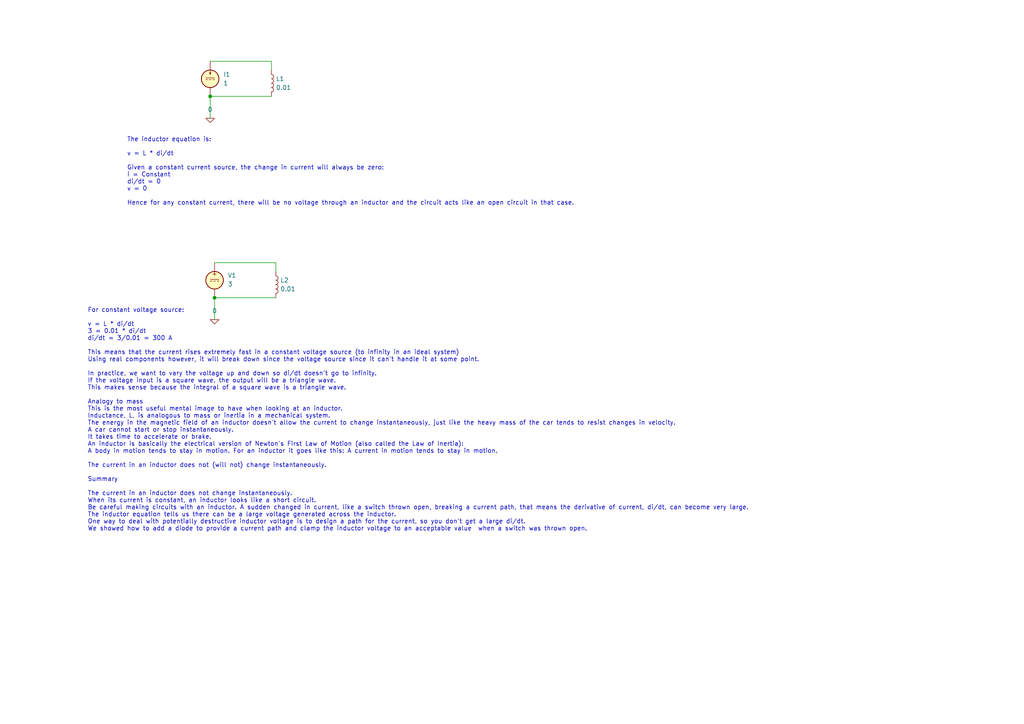
<source format=kicad_sch>
(kicad_sch (version 20230121) (generator eeschema)
  (paper "A4")
  (lib_symbols
    (symbol "Device:L" (pin_numbers hide) (pin_names (offset 1.016) hide)
      (property "Reference" "L" (at -1.27 0 90))
      (property "Value" "L" (at 1.905 0 90))
      (symbol "L_0_1"
        (arc (start 0 -2.54) (mid 0.6323 -1.905) (end 0 -1.27))
        (arc (start 0 -1.27) (mid 0.6323 -0.635) (end 0 0))
        (arc (start 0 0) (mid 0.6323 0.635) (end 0 1.27))
        (arc (start 0 1.27) (mid 0.6323 1.905) (end 0 2.54))
      )
      (symbol "L_1_1"
        (pin passive line (at 0 3.81 270) (length 1.27) (name "1") (number "1"))
        (pin passive line (at 0 -3.81 90) (length 1.27) (name "2") (number "2"))
      )
    )
    (symbol "Simulation_SPICE:0" (power) (pin_names (offset 0))
      (property "Value" "0" (at 0 -1.778 0))
      (symbol "0_0_1"
        (polyline (pts (xy -1.27 0) (xy 0 -1.27) (xy 1.27 0) (xy -1.27 0)))
      )
      (symbol "0_1_1"
        (pin power_in line (at 0 0 0) (length 0) hide (name "0") (number "1"))
      )
    )
    (symbol "Simulation_SPICE:IDC" (pin_numbers hide) (pin_names (offset 0.0254))
      (property "Reference" "I" (at 2.54 2.54 0))
      (property "Value" "1" (at 2.54 0 0))
      (symbol "IDC_0_0"
        (polyline (pts (xy -1.27 0.254) (xy 1.27 0.254)))
        (polyline (pts (xy -0.762 -0.254) (xy -1.27 -0.254)))
        (polyline (pts (xy 0.254 -0.254) (xy -0.254 -0.254)))
        (polyline (pts (xy 1.27 -0.254) (xy 0.762 -0.254)))
      )
      (symbol "IDC_0_1"
        (polyline (pts (xy 0 1.27) (xy 0 2.286)))
        (polyline (pts (xy -0.254 1.778) (xy 0 1.27) (xy 0.254 1.778)))
        (circle (center 0 0) (radius 2.54) (stroke (width 0.254)) (fill (type background)))
      )
      (symbol "IDC_1_1"
        (pin passive line (at 0 5.08 270) (length 2.54) (name "~") (number "1"))
        (pin passive line (at 0 -5.08 90) (length 2.54) (name "~") (number "2"))
      )
    )
    (symbol "Simulation_SPICE:VDC" (pin_numbers hide) (pin_names (offset 0.0254))
      (property "Reference" "V" (at 2.54 2.54 0))
      (property "Value" "1" (at 2.54 0 0))
      (symbol "VDC_0_0"
        (polyline (pts (xy -1.27 0.254) (xy 1.27 0.254)))
        (polyline (pts (xy -0.762 -0.254) (xy -1.27 -0.254)))
        (polyline (pts (xy 0.254 -0.254) (xy -0.254 -0.254)))
        (polyline (pts (xy 1.27 -0.254) (xy 0.762 -0.254)))
        (text "+" (at 0 1.905 0) (effects (font (size 1.27 1.27))))
      )
      (symbol "VDC_0_1"
        (circle (center 0 0) (radius 2.54) (stroke (width 0.254)) (fill (type background)))
      )
      (symbol "VDC_1_1"
        (pin passive line (at 0 5.08 270) (length 2.54) (name "~") (number "1"))
        (pin passive line (at 0 -5.08 90) (length 2.54) (name "~") (number "2"))
      )
    )
  )
  (junction (at 60.96 27.94))
  (junction (at 62.23 86.36))
  (wire (pts (xy 78.74 20.32) (xy 78.74 17.78)))
  (wire (pts (xy 60.96 27.94) (xy 78.74 27.94)))
  (wire (pts (xy 78.74 17.78) (xy 60.96 17.78)))
  (wire (pts (xy 62.23 86.36) (xy 80.01 86.36)))
  (wire (pts (xy 62.23 86.36) (xy 62.23 92.71)))
  (wire (pts (xy 80.01 78.74) (xy 80.01 76.2)))
  (wire (pts (xy 80.01 76.2) (xy 62.23 76.2)))
  (wire (pts (xy 60.96 27.94) (xy 60.96 34.29)))
  (text "For constant voltage source:\n\nv = L * di/dt\n3 = 0.01 * di/dt\ndi/dt = 3/0.01 = 300 A\n\nThis means that the current rises extremely fast in a constant voltage source (to infinity in an ideal system)\nUsing real components however, it will break down since the voltage source since it can't handle it at some point.\n\nIn practice, we want to vary the voltage up and down so di/dt doesn't go to infinity.\nIf the voltage input is a square wave, the output will be a triangle wave.\nThis makes sense because the integral of a square wave is a triangle wave.\n\nAnalogy to mass\nThis is the most useful mental image to have when looking at an inductor.\nInductance, L, is analogous to mass or inertia in a mechanical system.\nThe energy in the magnetic field of an inductor doesn't allow the current to change instantaneously, just like the heavy mass of the car tends to resist changes in velocity.\nA car cannot start or stop instantaneously.\nIt takes time to accelerate or brake.\nAn inductor is basically the electrical version of Newton's First Law of Motion (also called the Law of Inertia):\nA body in motion tends to stay in motion. For an inductor it goes like this: A current in motion tends to stay in motion.\n\nThe current in an inductor does not (will not) change instantaneously.\n\nSummary\n\nThe current in an inductor does not change instantaneously.\nWhen its current is constant, an inductor looks like a short circuit.\nBe careful making circuits with an inductor. A sudden changed in current, like a switch thrown open, breaking a current path, that means the derivative of current, di/dt, can become very large.\nThe inductor equation tells us there can be a large voltage generated across the inductor.\nOne way to deal with potentially destructive inductor voltage is to design a path for the current, so you don't get a large di/dt.\nWe showed how to add a diode to provide a current path and clamp the inductor voltage to an acceptable value  when a switch was thrown open.\n  " (at 25.4 156.21 0) (effects (font (size 1.27 1.27)) (justify left bottom)))
  (text "The inductor equation is:\n\nv = L * di/dt\n\nGiven a constant current source, the change in current will always be zero:\ni = Constant\ndi/dt = 0\nv = 0\n\nHence for any constant current, there will be no voltage through an inductor and the circuit acts like an open circuit in that case." (at 36.83 59.69 0) (effects (font (size 1.27 1.27)) (justify left bottom)))
  (symbol (lib_id "Simulation_SPICE:0") (at 60.96 34.29 0) (unit 1)
    (property "Reference" "#GND02" (effects hide))
    (property "Value" "0" (at 60.96 31.75 0))
  )
  (symbol (lib_id "Device:L") (at 80.01 82.55 0) (unit 1)
    (property "Reference" "L2" (at 81.28 81.28 0) (effects (justify left)))
    (property "Value" "0.01" (at 81.28 83.82 0) (effects (justify left)))
  )
  (symbol (lib_id "Device:L") (at 78.74 24.13 0) (unit 1)
    (property "Reference" "L1" (at 80.01 22.86 0) (effects (justify left)))
    (property "Value" "0.01" (at 80.01 25.4 0) (effects (justify left)))
  )
  (symbol (lib_id "Simulation_SPICE:IDC") (at 60.96 22.86 0) (unit 1)
    (property "Reference" "I1" (at 64.77 21.59 0) (effects (justify left)))
    (property "Value" "1" (at 64.77 24.13 0) (effects (justify left)))
    (property "Sim.Pins" "1=+ 2=-" (effects hide))
    (property "Sim.Type" "DC" (effects hide))
    (property "Sim.Device" "I" (effects hide))
  )
  (symbol (lib_id "Simulation_SPICE:0") (at 62.23 92.71 0) (unit 1)
    (property "Reference" "#GND01" (effects hide))
    (property "Value" "0" (at 62.23 90.17 0))
  )
  (symbol (lib_id "Simulation_SPICE:VDC") (at 62.23 81.28 0) (unit 1)
    (property "Reference" "V1" (at 66.04 79.8802 0) (effects (justify left)))
    (property "Value" "3" (at 66.04 82.4202 0) (effects (justify left)))
    (property "Sim.Pins" "1=+ 2=-" (effects hide))
    (property "Sim.Type" "DC" (effects hide))
    (property "Sim.Device" "V" (effects hide))
  )
)
</source>
